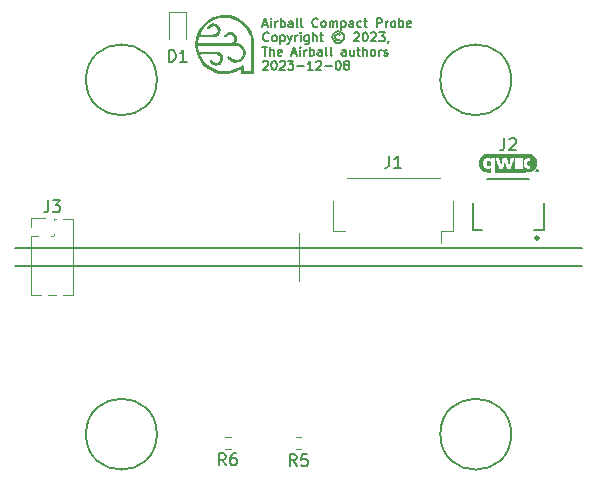
<source format=gbr>
%TF.GenerationSoftware,KiCad,Pcbnew,6.0.11-2627ca5db0~126~ubuntu22.04.1*%
%TF.CreationDate,2023-12-08T19:13:14-08:00*%
%TF.ProjectId,compact-probe,636f6d70-6163-4742-9d70-726f62652e6b,rev?*%
%TF.SameCoordinates,Original*%
%TF.FileFunction,Legend,Top*%
%TF.FilePolarity,Positive*%
%FSLAX46Y46*%
G04 Gerber Fmt 4.6, Leading zero omitted, Abs format (unit mm)*
G04 Created by KiCad (PCBNEW 6.0.11-2627ca5db0~126~ubuntu22.04.1) date 2023-12-08 19:13:14*
%MOMM*%
%LPD*%
G01*
G04 APERTURE LIST*
%ADD10C,0.150000*%
%ADD11C,0.050000*%
%ADD12C,0.120000*%
%ADD13C,0.127000*%
%ADD14C,0.300000*%
G04 APERTURE END LIST*
D10*
X-12000000Y15000000D02*
G75*
G03*
X-12000000Y15000000I-3000000J0D01*
G01*
X-12000000Y-15000000D02*
G75*
G03*
X-12000000Y-15000000I-3000000J0D01*
G01*
D11*
X0Y-2000000D02*
X0Y2000000D01*
D10*
X-24000000Y-750000D02*
X24000000Y-750000D01*
X18000000Y-15000000D02*
G75*
G03*
X18000000Y-15000000I-3000000J0D01*
G01*
X-24000000Y750000D02*
X24000000Y750000D01*
X18000000Y15000000D02*
G75*
G03*
X18000000Y15000000I-3000000J0D01*
G01*
X-3009642Y19686250D02*
X-2652500Y19686250D01*
X-3081071Y19471964D02*
X-2831071Y20221964D01*
X-2581071Y19471964D01*
X-2331071Y19471964D02*
X-2331071Y19971964D01*
X-2331071Y20221964D02*
X-2366785Y20186250D01*
X-2331071Y20150535D01*
X-2295357Y20186250D01*
X-2331071Y20221964D01*
X-2331071Y20150535D01*
X-1973928Y19471964D02*
X-1973928Y19971964D01*
X-1973928Y19829107D02*
X-1938214Y19900535D01*
X-1902500Y19936250D01*
X-1831071Y19971964D01*
X-1759642Y19971964D01*
X-1509642Y19471964D02*
X-1509642Y20221964D01*
X-1509642Y19936250D02*
X-1438214Y19971964D01*
X-1295357Y19971964D01*
X-1223928Y19936250D01*
X-1188214Y19900535D01*
X-1152500Y19829107D01*
X-1152500Y19614821D01*
X-1188214Y19543392D01*
X-1223928Y19507678D01*
X-1295357Y19471964D01*
X-1438214Y19471964D01*
X-1509642Y19507678D01*
X-509642Y19471964D02*
X-509642Y19864821D01*
X-545357Y19936250D01*
X-616785Y19971964D01*
X-759642Y19971964D01*
X-831071Y19936250D01*
X-509642Y19507678D02*
X-581071Y19471964D01*
X-759642Y19471964D01*
X-831071Y19507678D01*
X-866785Y19579107D01*
X-866785Y19650535D01*
X-831071Y19721964D01*
X-759642Y19757678D01*
X-581071Y19757678D01*
X-509642Y19793392D01*
X-45357Y19471964D02*
X-116785Y19507678D01*
X-152500Y19579107D01*
X-152500Y20221964D01*
X347500Y19471964D02*
X276071Y19507678D01*
X240357Y19579107D01*
X240357Y20221964D01*
X1633214Y19543392D02*
X1597500Y19507678D01*
X1490357Y19471964D01*
X1418928Y19471964D01*
X1311785Y19507678D01*
X1240357Y19579107D01*
X1204642Y19650535D01*
X1168928Y19793392D01*
X1168928Y19900535D01*
X1204642Y20043392D01*
X1240357Y20114821D01*
X1311785Y20186250D01*
X1418928Y20221964D01*
X1490357Y20221964D01*
X1597500Y20186250D01*
X1633214Y20150535D01*
X2061785Y19471964D02*
X1990357Y19507678D01*
X1954642Y19543392D01*
X1918928Y19614821D01*
X1918928Y19829107D01*
X1954642Y19900535D01*
X1990357Y19936250D01*
X2061785Y19971964D01*
X2168928Y19971964D01*
X2240357Y19936250D01*
X2276071Y19900535D01*
X2311785Y19829107D01*
X2311785Y19614821D01*
X2276071Y19543392D01*
X2240357Y19507678D01*
X2168928Y19471964D01*
X2061785Y19471964D01*
X2633214Y19471964D02*
X2633214Y19971964D01*
X2633214Y19900535D02*
X2668928Y19936250D01*
X2740357Y19971964D01*
X2847499Y19971964D01*
X2918928Y19936250D01*
X2954642Y19864821D01*
X2954642Y19471964D01*
X2954642Y19864821D02*
X2990357Y19936250D01*
X3061785Y19971964D01*
X3168928Y19971964D01*
X3240357Y19936250D01*
X3276071Y19864821D01*
X3276071Y19471964D01*
X3633214Y19971964D02*
X3633214Y19221964D01*
X3633214Y19936250D02*
X3704642Y19971964D01*
X3847499Y19971964D01*
X3918928Y19936250D01*
X3954642Y19900535D01*
X3990357Y19829107D01*
X3990357Y19614821D01*
X3954642Y19543392D01*
X3918928Y19507678D01*
X3847499Y19471964D01*
X3704642Y19471964D01*
X3633214Y19507678D01*
X4633214Y19471964D02*
X4633214Y19864821D01*
X4597499Y19936250D01*
X4526071Y19971964D01*
X4383214Y19971964D01*
X4311785Y19936250D01*
X4633214Y19507678D02*
X4561785Y19471964D01*
X4383214Y19471964D01*
X4311785Y19507678D01*
X4276071Y19579107D01*
X4276071Y19650535D01*
X4311785Y19721964D01*
X4383214Y19757678D01*
X4561785Y19757678D01*
X4633214Y19793392D01*
X5311785Y19507678D02*
X5240357Y19471964D01*
X5097499Y19471964D01*
X5026071Y19507678D01*
X4990357Y19543392D01*
X4954642Y19614821D01*
X4954642Y19829107D01*
X4990357Y19900535D01*
X5026071Y19936250D01*
X5097499Y19971964D01*
X5240357Y19971964D01*
X5311785Y19936250D01*
X5526071Y19971964D02*
X5811785Y19971964D01*
X5633214Y20221964D02*
X5633214Y19579107D01*
X5668928Y19507678D01*
X5740357Y19471964D01*
X5811785Y19471964D01*
X6633214Y19471964D02*
X6633214Y20221964D01*
X6918928Y20221964D01*
X6990357Y20186250D01*
X7026071Y20150535D01*
X7061785Y20079107D01*
X7061785Y19971964D01*
X7026071Y19900535D01*
X6990357Y19864821D01*
X6918928Y19829107D01*
X6633214Y19829107D01*
X7383214Y19471964D02*
X7383214Y19971964D01*
X7383214Y19829107D02*
X7418928Y19900535D01*
X7454642Y19936250D01*
X7526071Y19971964D01*
X7597500Y19971964D01*
X7954642Y19471964D02*
X7883214Y19507678D01*
X7847500Y19543392D01*
X7811785Y19614821D01*
X7811785Y19829107D01*
X7847500Y19900535D01*
X7883214Y19936250D01*
X7954642Y19971964D01*
X8061785Y19971964D01*
X8133214Y19936250D01*
X8168928Y19900535D01*
X8204642Y19829107D01*
X8204642Y19614821D01*
X8168928Y19543392D01*
X8133214Y19507678D01*
X8061785Y19471964D01*
X7954642Y19471964D01*
X8526071Y19471964D02*
X8526071Y20221964D01*
X8526071Y19936250D02*
X8597500Y19971964D01*
X8740357Y19971964D01*
X8811785Y19936250D01*
X8847500Y19900535D01*
X8883214Y19829107D01*
X8883214Y19614821D01*
X8847500Y19543392D01*
X8811785Y19507678D01*
X8740357Y19471964D01*
X8597500Y19471964D01*
X8526071Y19507678D01*
X9490357Y19507678D02*
X9418928Y19471964D01*
X9276071Y19471964D01*
X9204642Y19507678D01*
X9168928Y19579107D01*
X9168928Y19864821D01*
X9204642Y19936250D01*
X9276071Y19971964D01*
X9418928Y19971964D01*
X9490357Y19936250D01*
X9526071Y19864821D01*
X9526071Y19793392D01*
X9168928Y19721964D01*
X-2545357Y18335892D02*
X-2581071Y18300178D01*
X-2688214Y18264464D01*
X-2759642Y18264464D01*
X-2866785Y18300178D01*
X-2938214Y18371607D01*
X-2973928Y18443035D01*
X-3009642Y18585892D01*
X-3009642Y18693035D01*
X-2973928Y18835892D01*
X-2938214Y18907321D01*
X-2866785Y18978750D01*
X-2759642Y19014464D01*
X-2688214Y19014464D01*
X-2581071Y18978750D01*
X-2545357Y18943035D01*
X-2116785Y18264464D02*
X-2188214Y18300178D01*
X-2223928Y18335892D01*
X-2259642Y18407321D01*
X-2259642Y18621607D01*
X-2223928Y18693035D01*
X-2188214Y18728750D01*
X-2116785Y18764464D01*
X-2009642Y18764464D01*
X-1938214Y18728750D01*
X-1902500Y18693035D01*
X-1866785Y18621607D01*
X-1866785Y18407321D01*
X-1902500Y18335892D01*
X-1938214Y18300178D01*
X-2009642Y18264464D01*
X-2116785Y18264464D01*
X-1545357Y18764464D02*
X-1545357Y18014464D01*
X-1545357Y18728750D02*
X-1473928Y18764464D01*
X-1331071Y18764464D01*
X-1259642Y18728750D01*
X-1223928Y18693035D01*
X-1188214Y18621607D01*
X-1188214Y18407321D01*
X-1223928Y18335892D01*
X-1259642Y18300178D01*
X-1331071Y18264464D01*
X-1473928Y18264464D01*
X-1545357Y18300178D01*
X-938214Y18764464D02*
X-759642Y18264464D01*
X-581071Y18764464D02*
X-759642Y18264464D01*
X-831071Y18085892D01*
X-866785Y18050178D01*
X-938214Y18014464D01*
X-295357Y18264464D02*
X-295357Y18764464D01*
X-295357Y18621607D02*
X-259642Y18693035D01*
X-223928Y18728750D01*
X-152500Y18764464D01*
X-81071Y18764464D01*
X168928Y18264464D02*
X168928Y18764464D01*
X168928Y19014464D02*
X133214Y18978750D01*
X168928Y18943035D01*
X204642Y18978750D01*
X168928Y19014464D01*
X168928Y18943035D01*
X847500Y18764464D02*
X847500Y18157321D01*
X811785Y18085892D01*
X776071Y18050178D01*
X704642Y18014464D01*
X597500Y18014464D01*
X526071Y18050178D01*
X847500Y18300178D02*
X776071Y18264464D01*
X633214Y18264464D01*
X561785Y18300178D01*
X526071Y18335892D01*
X490357Y18407321D01*
X490357Y18621607D01*
X526071Y18693035D01*
X561785Y18728750D01*
X633214Y18764464D01*
X776071Y18764464D01*
X847500Y18728750D01*
X1204642Y18264464D02*
X1204642Y19014464D01*
X1526071Y18264464D02*
X1526071Y18657321D01*
X1490357Y18728750D01*
X1418928Y18764464D01*
X1311785Y18764464D01*
X1240357Y18728750D01*
X1204642Y18693035D01*
X1776071Y18764464D02*
X2061785Y18764464D01*
X1883214Y19014464D02*
X1883214Y18371607D01*
X1918928Y18300178D01*
X1990357Y18264464D01*
X2061785Y18264464D01*
X3490357Y18835892D02*
X3418928Y18871607D01*
X3276071Y18871607D01*
X3204642Y18835892D01*
X3133214Y18764464D01*
X3097499Y18693035D01*
X3097499Y18550178D01*
X3133214Y18478750D01*
X3204642Y18407321D01*
X3276071Y18371607D01*
X3418928Y18371607D01*
X3490357Y18407321D01*
X3347499Y19121607D02*
X3168928Y19085892D01*
X2990357Y18978750D01*
X2883214Y18800178D01*
X2847499Y18621607D01*
X2883214Y18443035D01*
X2990357Y18264464D01*
X3168928Y18157321D01*
X3347499Y18121607D01*
X3526071Y18157321D01*
X3704642Y18264464D01*
X3811785Y18443035D01*
X3847499Y18621607D01*
X3811785Y18800178D01*
X3704642Y18978750D01*
X3526071Y19085892D01*
X3347499Y19121607D01*
X4704642Y18943035D02*
X4740357Y18978750D01*
X4811785Y19014464D01*
X4990357Y19014464D01*
X5061785Y18978750D01*
X5097499Y18943035D01*
X5133214Y18871607D01*
X5133214Y18800178D01*
X5097499Y18693035D01*
X4668928Y18264464D01*
X5133214Y18264464D01*
X5597499Y19014464D02*
X5668928Y19014464D01*
X5740357Y18978750D01*
X5776071Y18943035D01*
X5811785Y18871607D01*
X5847499Y18728750D01*
X5847499Y18550178D01*
X5811785Y18407321D01*
X5776071Y18335892D01*
X5740357Y18300178D01*
X5668928Y18264464D01*
X5597499Y18264464D01*
X5526071Y18300178D01*
X5490357Y18335892D01*
X5454642Y18407321D01*
X5418928Y18550178D01*
X5418928Y18728750D01*
X5454642Y18871607D01*
X5490357Y18943035D01*
X5526071Y18978750D01*
X5597499Y19014464D01*
X6133214Y18943035D02*
X6168928Y18978750D01*
X6240357Y19014464D01*
X6418928Y19014464D01*
X6490357Y18978750D01*
X6526071Y18943035D01*
X6561785Y18871607D01*
X6561785Y18800178D01*
X6526071Y18693035D01*
X6097499Y18264464D01*
X6561785Y18264464D01*
X6811785Y19014464D02*
X7276071Y19014464D01*
X7026071Y18728750D01*
X7133214Y18728750D01*
X7204642Y18693035D01*
X7240357Y18657321D01*
X7276071Y18585892D01*
X7276071Y18407321D01*
X7240357Y18335892D01*
X7204642Y18300178D01*
X7133214Y18264464D01*
X6918928Y18264464D01*
X6847500Y18300178D01*
X6811785Y18335892D01*
X7633214Y18300178D02*
X7633214Y18264464D01*
X7597500Y18193035D01*
X7561785Y18157321D01*
X-3081071Y17806964D02*
X-2652500Y17806964D01*
X-2866785Y17056964D02*
X-2866785Y17806964D01*
X-2402500Y17056964D02*
X-2402500Y17806964D01*
X-2081071Y17056964D02*
X-2081071Y17449821D01*
X-2116785Y17521250D01*
X-2188214Y17556964D01*
X-2295357Y17556964D01*
X-2366785Y17521250D01*
X-2402500Y17485535D01*
X-1438214Y17092678D02*
X-1509642Y17056964D01*
X-1652500Y17056964D01*
X-1723928Y17092678D01*
X-1759642Y17164107D01*
X-1759642Y17449821D01*
X-1723928Y17521250D01*
X-1652500Y17556964D01*
X-1509642Y17556964D01*
X-1438214Y17521250D01*
X-1402500Y17449821D01*
X-1402500Y17378392D01*
X-1759642Y17306964D01*
X-545357Y17271250D02*
X-188214Y17271250D01*
X-616785Y17056964D02*
X-366785Y17806964D01*
X-116785Y17056964D01*
X133214Y17056964D02*
X133214Y17556964D01*
X133214Y17806964D02*
X97499Y17771250D01*
X133214Y17735535D01*
X168928Y17771250D01*
X133214Y17806964D01*
X133214Y17735535D01*
X490357Y17056964D02*
X490357Y17556964D01*
X490357Y17414107D02*
X526071Y17485535D01*
X561785Y17521250D01*
X633214Y17556964D01*
X704642Y17556964D01*
X954642Y17056964D02*
X954642Y17806964D01*
X954642Y17521250D02*
X1026071Y17556964D01*
X1168928Y17556964D01*
X1240357Y17521250D01*
X1276071Y17485535D01*
X1311785Y17414107D01*
X1311785Y17199821D01*
X1276071Y17128392D01*
X1240357Y17092678D01*
X1168928Y17056964D01*
X1026071Y17056964D01*
X954642Y17092678D01*
X1954642Y17056964D02*
X1954642Y17449821D01*
X1918928Y17521250D01*
X1847499Y17556964D01*
X1704642Y17556964D01*
X1633214Y17521250D01*
X1954642Y17092678D02*
X1883214Y17056964D01*
X1704642Y17056964D01*
X1633214Y17092678D01*
X1597499Y17164107D01*
X1597499Y17235535D01*
X1633214Y17306964D01*
X1704642Y17342678D01*
X1883214Y17342678D01*
X1954642Y17378392D01*
X2418928Y17056964D02*
X2347499Y17092678D01*
X2311785Y17164107D01*
X2311785Y17806964D01*
X2811785Y17056964D02*
X2740357Y17092678D01*
X2704642Y17164107D01*
X2704642Y17806964D01*
X3990357Y17056964D02*
X3990357Y17449821D01*
X3954642Y17521250D01*
X3883214Y17556964D01*
X3740357Y17556964D01*
X3668928Y17521250D01*
X3990357Y17092678D02*
X3918928Y17056964D01*
X3740357Y17056964D01*
X3668928Y17092678D01*
X3633214Y17164107D01*
X3633214Y17235535D01*
X3668928Y17306964D01*
X3740357Y17342678D01*
X3918928Y17342678D01*
X3990357Y17378392D01*
X4668928Y17556964D02*
X4668928Y17056964D01*
X4347499Y17556964D02*
X4347499Y17164107D01*
X4383214Y17092678D01*
X4454642Y17056964D01*
X4561785Y17056964D01*
X4633214Y17092678D01*
X4668928Y17128392D01*
X4918928Y17556964D02*
X5204642Y17556964D01*
X5026071Y17806964D02*
X5026071Y17164107D01*
X5061785Y17092678D01*
X5133214Y17056964D01*
X5204642Y17056964D01*
X5454642Y17056964D02*
X5454642Y17806964D01*
X5776071Y17056964D02*
X5776071Y17449821D01*
X5740357Y17521250D01*
X5668928Y17556964D01*
X5561785Y17556964D01*
X5490357Y17521250D01*
X5454642Y17485535D01*
X6240357Y17056964D02*
X6168928Y17092678D01*
X6133214Y17128392D01*
X6097500Y17199821D01*
X6097500Y17414107D01*
X6133214Y17485535D01*
X6168928Y17521250D01*
X6240357Y17556964D01*
X6347500Y17556964D01*
X6418928Y17521250D01*
X6454642Y17485535D01*
X6490357Y17414107D01*
X6490357Y17199821D01*
X6454642Y17128392D01*
X6418928Y17092678D01*
X6347500Y17056964D01*
X6240357Y17056964D01*
X6811785Y17056964D02*
X6811785Y17556964D01*
X6811785Y17414107D02*
X6847500Y17485535D01*
X6883214Y17521250D01*
X6954642Y17556964D01*
X7026071Y17556964D01*
X7240357Y17092678D02*
X7311785Y17056964D01*
X7454642Y17056964D01*
X7526071Y17092678D01*
X7561785Y17164107D01*
X7561785Y17199821D01*
X7526071Y17271250D01*
X7454642Y17306964D01*
X7347500Y17306964D01*
X7276071Y17342678D01*
X7240357Y17414107D01*
X7240357Y17449821D01*
X7276071Y17521250D01*
X7347500Y17556964D01*
X7454642Y17556964D01*
X7526071Y17521250D01*
X-3009642Y16528035D02*
X-2973928Y16563750D01*
X-2902500Y16599464D01*
X-2723928Y16599464D01*
X-2652500Y16563750D01*
X-2616785Y16528035D01*
X-2581071Y16456607D01*
X-2581071Y16385178D01*
X-2616785Y16278035D01*
X-3045357Y15849464D01*
X-2581071Y15849464D01*
X-2116785Y16599464D02*
X-2045357Y16599464D01*
X-1973928Y16563750D01*
X-1938214Y16528035D01*
X-1902500Y16456607D01*
X-1866785Y16313750D01*
X-1866785Y16135178D01*
X-1902500Y15992321D01*
X-1938214Y15920892D01*
X-1973928Y15885178D01*
X-2045357Y15849464D01*
X-2116785Y15849464D01*
X-2188214Y15885178D01*
X-2223928Y15920892D01*
X-2259642Y15992321D01*
X-2295357Y16135178D01*
X-2295357Y16313750D01*
X-2259642Y16456607D01*
X-2223928Y16528035D01*
X-2188214Y16563750D01*
X-2116785Y16599464D01*
X-1581071Y16528035D02*
X-1545357Y16563750D01*
X-1473928Y16599464D01*
X-1295357Y16599464D01*
X-1223928Y16563750D01*
X-1188214Y16528035D01*
X-1152500Y16456607D01*
X-1152500Y16385178D01*
X-1188214Y16278035D01*
X-1616785Y15849464D01*
X-1152500Y15849464D01*
X-902500Y16599464D02*
X-438214Y16599464D01*
X-688214Y16313750D01*
X-581071Y16313750D01*
X-509642Y16278035D01*
X-473928Y16242321D01*
X-438214Y16170892D01*
X-438214Y15992321D01*
X-473928Y15920892D01*
X-509642Y15885178D01*
X-581071Y15849464D01*
X-795357Y15849464D01*
X-866785Y15885178D01*
X-902500Y15920892D01*
X-116785Y16135178D02*
X454642Y16135178D01*
X1204642Y15849464D02*
X776071Y15849464D01*
X990357Y15849464D02*
X990357Y16599464D01*
X918928Y16492321D01*
X847499Y16420892D01*
X776071Y16385178D01*
X1490357Y16528035D02*
X1526071Y16563750D01*
X1597500Y16599464D01*
X1776071Y16599464D01*
X1847500Y16563750D01*
X1883214Y16528035D01*
X1918928Y16456607D01*
X1918928Y16385178D01*
X1883214Y16278035D01*
X1454642Y15849464D01*
X1918928Y15849464D01*
X2240357Y16135178D02*
X2811785Y16135178D01*
X3311785Y16599464D02*
X3383214Y16599464D01*
X3454642Y16563750D01*
X3490357Y16528035D01*
X3526071Y16456607D01*
X3561785Y16313750D01*
X3561785Y16135178D01*
X3526071Y15992321D01*
X3490357Y15920892D01*
X3454642Y15885178D01*
X3383214Y15849464D01*
X3311785Y15849464D01*
X3240357Y15885178D01*
X3204642Y15920892D01*
X3168928Y15992321D01*
X3133214Y16135178D01*
X3133214Y16313750D01*
X3168928Y16456607D01*
X3204642Y16528035D01*
X3240357Y16563750D01*
X3311785Y16599464D01*
X3990357Y16278035D02*
X3918928Y16313750D01*
X3883214Y16349464D01*
X3847500Y16420892D01*
X3847500Y16456607D01*
X3883214Y16528035D01*
X3918928Y16563750D01*
X3990357Y16599464D01*
X4133214Y16599464D01*
X4204642Y16563750D01*
X4240357Y16528035D01*
X4276071Y16456607D01*
X4276071Y16420892D01*
X4240357Y16349464D01*
X4204642Y16313750D01*
X4133214Y16278035D01*
X3990357Y16278035D01*
X3918928Y16242321D01*
X3883214Y16206607D01*
X3847500Y16135178D01*
X3847500Y15992321D01*
X3883214Y15920892D01*
X3918928Y15885178D01*
X3990357Y15849464D01*
X4133214Y15849464D01*
X4204642Y15885178D01*
X4240357Y15920892D01*
X4276071Y15992321D01*
X4276071Y16135178D01*
X4240357Y16206607D01*
X4204642Y16242321D01*
X4133214Y16278035D01*
%TO.C,D1*%
X-10988095Y16547619D02*
X-10988095Y17547619D01*
X-10750000Y17547619D01*
X-10607142Y17500000D01*
X-10511904Y17404761D01*
X-10464285Y17309523D01*
X-10416666Y17119047D01*
X-10416666Y16976190D01*
X-10464285Y16785714D01*
X-10511904Y16690476D01*
X-10607142Y16595238D01*
X-10750000Y16547619D01*
X-10988095Y16547619D01*
X-9464285Y16547619D02*
X-10035714Y16547619D01*
X-9750000Y16547619D02*
X-9750000Y17547619D01*
X-9845238Y17404761D01*
X-9940476Y17309523D01*
X-10035714Y17261904D01*
%TO.C,R6*%
X-6166666Y-17632380D02*
X-6500000Y-17156190D01*
X-6738095Y-17632380D02*
X-6738095Y-16632380D01*
X-6357142Y-16632380D01*
X-6261904Y-16680000D01*
X-6214285Y-16727619D01*
X-6166666Y-16822857D01*
X-6166666Y-16965714D01*
X-6214285Y-17060952D01*
X-6261904Y-17108571D01*
X-6357142Y-17156190D01*
X-6738095Y-17156190D01*
X-5309523Y-16632380D02*
X-5500000Y-16632380D01*
X-5595238Y-16680000D01*
X-5642857Y-16727619D01*
X-5738095Y-16870476D01*
X-5785714Y-17060952D01*
X-5785714Y-17441904D01*
X-5738095Y-17537142D01*
X-5690476Y-17584761D01*
X-5595238Y-17632380D01*
X-5404761Y-17632380D01*
X-5309523Y-17584761D01*
X-5261904Y-17537142D01*
X-5214285Y-17441904D01*
X-5214285Y-17203809D01*
X-5261904Y-17108571D01*
X-5309523Y-17060952D01*
X-5404761Y-17013333D01*
X-5595238Y-17013333D01*
X-5690476Y-17060952D01*
X-5738095Y-17108571D01*
X-5785714Y-17203809D01*
%TO.C,J2*%
X17416275Y10048261D02*
X17416275Y9333137D01*
X17368600Y9190113D01*
X17273250Y9094763D01*
X17130226Y9047088D01*
X17034876Y9047088D01*
X17845349Y9952911D02*
X17893024Y10000586D01*
X17988374Y10048261D01*
X18226749Y10048261D01*
X18322098Y10000586D01*
X18369773Y9952911D01*
X18417448Y9857561D01*
X18417448Y9762211D01*
X18369773Y9619187D01*
X17797674Y9047088D01*
X18417448Y9047088D01*
%TO.C,J3*%
X-21198333Y4792619D02*
X-21198333Y4078333D01*
X-21245952Y3935476D01*
X-21341190Y3840238D01*
X-21484047Y3792619D01*
X-21579285Y3792619D01*
X-20817380Y4792619D02*
X-20198333Y4792619D01*
X-20531666Y4411666D01*
X-20388809Y4411666D01*
X-20293571Y4364047D01*
X-20245952Y4316428D01*
X-20198333Y4221190D01*
X-20198333Y3983095D01*
X-20245952Y3887857D01*
X-20293571Y3840238D01*
X-20388809Y3792619D01*
X-20674523Y3792619D01*
X-20769761Y3840238D01*
X-20817380Y3887857D01*
%TO.C,J1*%
X7666666Y8547619D02*
X7666666Y7833333D01*
X7619047Y7690476D01*
X7523809Y7595238D01*
X7380952Y7547619D01*
X7285714Y7547619D01*
X8666666Y7547619D02*
X8095238Y7547619D01*
X8380952Y7547619D02*
X8380952Y8547619D01*
X8285714Y8404761D01*
X8190476Y8309523D01*
X8095238Y8261904D01*
%TO.C,R5*%
X-166666Y-17702380D02*
X-500000Y-17226190D01*
X-738095Y-17702380D02*
X-738095Y-16702380D01*
X-357142Y-16702380D01*
X-261904Y-16750000D01*
X-214285Y-16797619D01*
X-166666Y-16892857D01*
X-166666Y-17035714D01*
X-214285Y-17130952D01*
X-261904Y-17178571D01*
X-357142Y-17226190D01*
X-738095Y-17226190D01*
X738095Y-16702380D02*
X261904Y-16702380D01*
X214285Y-17178571D01*
X261904Y-17130952D01*
X357142Y-17083333D01*
X595238Y-17083333D01*
X690476Y-17130952D01*
X738095Y-17178571D01*
X785714Y-17273809D01*
X785714Y-17511904D01*
X738095Y-17607142D01*
X690476Y-17654761D01*
X595238Y-17702380D01*
X357142Y-17702380D01*
X261904Y-17654761D01*
X214285Y-17607142D01*
D12*
%TO.C,D1*%
X-9515000Y20735000D02*
X-10985000Y20735000D01*
X-9515000Y18450000D02*
X-9515000Y20735000D01*
X-10985000Y20735000D02*
X-10985000Y18450000D01*
%TO.C,R6*%
X-5762742Y-15227500D02*
X-6237258Y-15227500D01*
X-5762742Y-16272500D02*
X-6237258Y-16272500D01*
%TO.C,G\u002A\u002A\u002A*%
G36*
X20155233Y7390000D02*
G01*
X20195562Y7383769D01*
X20221500Y7366623D01*
X20231408Y7340883D01*
X20223645Y7308872D01*
X20218722Y7300114D01*
X20211471Y7281843D01*
X20218722Y7268250D01*
X20230200Y7251080D01*
X20223607Y7241556D01*
X20211643Y7240000D01*
X20193269Y7248383D01*
X20185959Y7260000D01*
X20172695Y7276255D01*
X20160275Y7280000D01*
X20144038Y7272605D01*
X20140941Y7260000D01*
X20134686Y7243713D01*
X20125935Y7240000D01*
X20118020Y7243929D01*
X20113374Y7258127D01*
X20111273Y7286210D01*
X20110930Y7315000D01*
X20110930Y7335000D01*
X20140941Y7335000D01*
X20147854Y7315523D01*
X20164410Y7309483D01*
X20184332Y7318197D01*
X20190597Y7324562D01*
X20197843Y7343022D01*
X20187463Y7355851D01*
X20165361Y7360000D01*
X20146731Y7355727D01*
X20141026Y7339118D01*
X20140941Y7335000D01*
X20110930Y7335000D01*
X20110930Y7390000D01*
X20155233Y7390000D01*
G37*
G36*
X20036774Y7385122D02*
G01*
X20062133Y7420534D01*
X20088271Y7443105D01*
X20131568Y7458079D01*
X20181254Y7460517D01*
X20228131Y7450421D01*
X20243631Y7443105D01*
X20270662Y7419460D01*
X20295671Y7384207D01*
X20314005Y7345289D01*
X20321012Y7311039D01*
X20314253Y7277618D01*
X20296976Y7239409D01*
X20273682Y7204836D01*
X20254038Y7185674D01*
X20216560Y7168783D01*
X20170175Y7162141D01*
X20123403Y7166168D01*
X20090922Y7177625D01*
X20061099Y7202249D01*
X20034680Y7238626D01*
X20016427Y7278878D01*
X20010890Y7310000D01*
X20015181Y7331077D01*
X20052708Y7331077D01*
X20053361Y7286192D01*
X20070652Y7245842D01*
X20103098Y7214055D01*
X20135736Y7198497D01*
X20157581Y7192462D01*
X20174290Y7192793D01*
X20196117Y7200276D01*
X20204609Y7203789D01*
X20245568Y7230352D01*
X20271304Y7267198D01*
X20280522Y7310379D01*
X20271926Y7355946D01*
X20261430Y7376956D01*
X20232504Y7407086D01*
X20194500Y7423393D01*
X20152786Y7425889D01*
X20112731Y7414589D01*
X20079703Y7389505D01*
X20070177Y7376470D01*
X20052708Y7331077D01*
X20015181Y7331077D01*
X20018139Y7345603D01*
X20036774Y7385122D01*
G37*
G36*
X16175486Y8164232D02*
G01*
X16206148Y8150124D01*
X16237832Y8125229D01*
X16238872Y8124293D01*
X16275531Y8078856D01*
X16298945Y8023661D01*
X16309348Y7962905D01*
X16306975Y7900786D01*
X16292060Y7841502D01*
X16264838Y7789251D01*
X16225542Y7748230D01*
X16217566Y7742602D01*
X16169859Y7721073D01*
X16115757Y7712393D01*
X16063175Y7717328D01*
X16039398Y7725376D01*
X15985660Y7758661D01*
X15947360Y7803701D01*
X15924011Y7861335D01*
X15915124Y7932405D01*
X15915014Y7940000D01*
X15921533Y8013873D01*
X15941696Y8074194D01*
X15974981Y8120285D01*
X16020865Y8151464D01*
X16078827Y8167050D01*
X16089960Y8168109D01*
X16139030Y8169558D01*
X16175486Y8164232D01*
G37*
G36*
X16309433Y8410000D02*
G01*
X16309433Y8288147D01*
X16259115Y8333369D01*
X16195237Y8377769D01*
X16122327Y8405693D01*
X16043012Y8416917D01*
X15959922Y8411217D01*
X15875682Y8388372D01*
X15832271Y8369631D01*
X15763980Y8325318D01*
X15706854Y8265697D01*
X15661919Y8192704D01*
X15630204Y8108271D01*
X15612734Y8014335D01*
X15609505Y7950000D01*
X15617686Y7849608D01*
X15641533Y7757271D01*
X15680002Y7674838D01*
X15732048Y7604156D01*
X15796626Y7547071D01*
X15857074Y7512221D01*
X15891511Y7498334D01*
X15926385Y7489469D01*
X15968753Y7484232D01*
X16010850Y7481797D01*
X16082604Y7481903D01*
X16140443Y7489965D01*
X16189393Y7507499D01*
X16234481Y7536019D01*
X16259115Y7556632D01*
X16309433Y7601854D01*
X16309433Y7150000D01*
X16156873Y7151220D01*
X16097870Y7152246D01*
X16040629Y7154227D01*
X15990621Y7156908D01*
X15953315Y7160031D01*
X15944597Y7161134D01*
X15825533Y7188277D01*
X15713425Y7233129D01*
X15609933Y7294114D01*
X15516716Y7369655D01*
X15435435Y7458176D01*
X15367749Y7558099D01*
X15315319Y7667847D01*
X15279804Y7785844D01*
X15277997Y7794358D01*
X15262249Y7917617D01*
X15265454Y8038590D01*
X15286567Y8155641D01*
X15324545Y8267133D01*
X15378343Y8371431D01*
X15446918Y8466900D01*
X15529224Y8551903D01*
X15624217Y8624806D01*
X15730854Y8683971D01*
X15848090Y8727764D01*
X15879264Y8736201D01*
X15889185Y8738542D01*
X15900035Y8740680D01*
X15912716Y8742625D01*
X15928131Y8744386D01*
X15947181Y8745971D01*
X15970769Y8747391D01*
X15999797Y8748654D01*
X16035167Y8749769D01*
X16077783Y8750746D01*
X16128545Y8751593D01*
X16188357Y8752320D01*
X16258120Y8752937D01*
X16338738Y8753451D01*
X16431111Y8753872D01*
X16536143Y8754210D01*
X16654736Y8754473D01*
X16787793Y8754671D01*
X16936214Y8754813D01*
X17100904Y8754908D01*
X17282763Y8754964D01*
X17482695Y8754992D01*
X17701602Y8755000D01*
X17734994Y8755000D01*
X17960314Y8755023D01*
X18166534Y8755070D01*
X18354563Y8755107D01*
X18525308Y8755100D01*
X18679677Y8755015D01*
X18818580Y8754821D01*
X18942923Y8754482D01*
X19053615Y8753965D01*
X19151564Y8753237D01*
X19237678Y8752263D01*
X19312865Y8751012D01*
X19378034Y8749448D01*
X19434092Y8747538D01*
X19481948Y8745250D01*
X19522509Y8742548D01*
X19556684Y8739401D01*
X19585380Y8735773D01*
X19609507Y8731632D01*
X19629972Y8726944D01*
X19647682Y8721675D01*
X19663547Y8715792D01*
X19678474Y8709262D01*
X19693372Y8702050D01*
X19709148Y8694123D01*
X19726711Y8685448D01*
X19735973Y8681041D01*
X19847169Y8618251D01*
X19945389Y8540524D01*
X20029752Y8448857D01*
X20099373Y8344246D01*
X20153371Y8227688D01*
X20163990Y8197802D01*
X20176186Y8160219D01*
X20184711Y8129025D01*
X20190225Y8099111D01*
X20193386Y8065364D01*
X20194853Y8022675D01*
X20195287Y7965932D01*
X20195305Y7955000D01*
X20195160Y7896020D01*
X20194111Y7851966D01*
X20191481Y7817765D01*
X20186595Y7788345D01*
X20178779Y7758634D01*
X20167357Y7723559D01*
X20162702Y7710000D01*
X20126745Y7618953D01*
X20084757Y7540211D01*
X20032736Y7467450D01*
X19966684Y7394344D01*
X19956881Y7384508D01*
X19914113Y7343152D01*
X19878581Y7312385D01*
X19844243Y7287838D01*
X19805052Y7265141D01*
X19760792Y7242759D01*
X19737258Y7230990D01*
X19716525Y7220316D01*
X19697566Y7210684D01*
X19679355Y7202041D01*
X19660865Y7194334D01*
X19641068Y7187509D01*
X19618937Y7181513D01*
X19593446Y7176293D01*
X19563567Y7171797D01*
X19528274Y7167970D01*
X19486540Y7164760D01*
X19437338Y7162114D01*
X19379640Y7159978D01*
X19312421Y7158299D01*
X19234652Y7157025D01*
X19145307Y7156101D01*
X19043359Y7155475D01*
X18927782Y7155094D01*
X18797547Y7154905D01*
X18651628Y7154853D01*
X18488999Y7154888D01*
X18308632Y7154954D01*
X18109500Y7154999D01*
X18065124Y7155000D01*
X16614553Y7155000D01*
X16609440Y8400541D01*
X16669575Y8400541D01*
X16672867Y8390079D01*
X16682203Y8363078D01*
X16696769Y8321787D01*
X16715753Y8268456D01*
X16738341Y8205335D01*
X16763721Y8134675D01*
X16791079Y8058723D01*
X16819604Y7979732D01*
X16848481Y7899950D01*
X16876899Y7821626D01*
X16904043Y7747012D01*
X16929102Y7678356D01*
X16951263Y7617909D01*
X16969712Y7567919D01*
X16983636Y7530638D01*
X16988634Y7517500D01*
X16999209Y7490000D01*
X17149516Y7490000D01*
X17201784Y7490234D01*
X17246150Y7490877D01*
X17279160Y7491843D01*
X17297358Y7493049D01*
X17299823Y7493719D01*
X17302697Y7504702D01*
X17310707Y7531694D01*
X17322929Y7571767D01*
X17338442Y7621993D01*
X17356325Y7679440D01*
X17375656Y7741182D01*
X17395513Y7804287D01*
X17414974Y7865827D01*
X17433119Y7922873D01*
X17449024Y7972496D01*
X17461769Y8011766D01*
X17470432Y8037754D01*
X17474080Y8047522D01*
X17478549Y8040422D01*
X17487300Y8017824D01*
X17498991Y7983423D01*
X17510002Y7948446D01*
X17525919Y7896445D01*
X17546278Y7830215D01*
X17569576Y7754624D01*
X17594312Y7674539D01*
X17618983Y7594829D01*
X17641504Y7522245D01*
X17651681Y7489489D01*
X17679624Y7490000D01*
X18320023Y7490000D01*
X18620343Y7490000D01*
X18690370Y7490000D01*
X18990690Y7490000D01*
X18988285Y7912909D01*
X19046149Y7912909D01*
X19058962Y7817496D01*
X19088008Y7731330D01*
X19132187Y7655714D01*
X19190398Y7591951D01*
X19261538Y7541347D01*
X19344507Y7505203D01*
X19438203Y7484825D01*
X19503190Y7480659D01*
X19580721Y7480000D01*
X19580721Y7720000D01*
X19537277Y7720000D01*
X19479341Y7728974D01*
X19430386Y7754729D01*
X19391862Y7795519D01*
X19365218Y7849598D01*
X19351901Y7915218D01*
X19350630Y7945000D01*
X19358076Y8014914D01*
X19379457Y8073946D01*
X19413338Y8120369D01*
X19458281Y8152455D01*
X19512853Y8168477D01*
X19537584Y8170000D01*
X19581337Y8170001D01*
X19578528Y8292500D01*
X19575719Y8415000D01*
X19493857Y8412832D01*
X19395046Y8401315D01*
X19306004Y8372977D01*
X19227975Y8328931D01*
X19162205Y8270291D01*
X19109937Y8198171D01*
X19072417Y8113685D01*
X19050888Y8017945D01*
X19050672Y8016264D01*
X19046149Y7912909D01*
X18988285Y7912909D01*
X18985486Y8405000D01*
X18837928Y8407768D01*
X18690370Y8410535D01*
X18690370Y7490000D01*
X18620343Y7490000D01*
X18620343Y8410535D01*
X18472785Y8407768D01*
X18325227Y8405000D01*
X18320023Y7490000D01*
X17679624Y7490000D01*
X17802386Y7492245D01*
X17953091Y7495000D01*
X17965588Y7530000D01*
X17971657Y7546714D01*
X17983848Y7580040D01*
X18001368Y7627824D01*
X18023427Y7687910D01*
X18049233Y7758144D01*
X18077994Y7836370D01*
X18108919Y7920432D01*
X18125322Y7965000D01*
X18156758Y8050610D01*
X18186133Y8130998D01*
X18212699Y8204093D01*
X18235711Y8267826D01*
X18254423Y8320128D01*
X18268091Y8358929D01*
X18275967Y8382158D01*
X18277550Y8387500D01*
X18282541Y8410000D01*
X18138519Y8410000D01*
X17994497Y8410001D01*
X17905720Y8107500D01*
X17883739Y8033048D01*
X17863332Y7964775D01*
X17845226Y7905049D01*
X17830149Y7856239D01*
X17818829Y7820710D01*
X17811991Y7800832D01*
X17810476Y7797495D01*
X17806232Y7804865D01*
X17797210Y7829265D01*
X17784115Y7868493D01*
X17767653Y7920345D01*
X17748528Y7982617D01*
X17727447Y8053106D01*
X17714425Y8097495D01*
X17624839Y8405000D01*
X17336023Y8405000D01*
X17257787Y8135000D01*
X17236884Y8062787D01*
X17217320Y7995060D01*
X17199931Y7934728D01*
X17185556Y7884698D01*
X17175031Y7847880D01*
X17169192Y7827180D01*
X17169002Y7826491D01*
X17161427Y7803533D01*
X17155212Y7792587D01*
X17153838Y7792594D01*
X17150248Y7802617D01*
X17141833Y7829023D01*
X17129432Y7869018D01*
X17113885Y7919802D01*
X17096032Y7978580D01*
X17076711Y8042555D01*
X17056762Y8108928D01*
X17037024Y8174904D01*
X17018338Y8237684D01*
X17001541Y8294473D01*
X16987475Y8342472D01*
X16976978Y8378885D01*
X16970889Y8400914D01*
X16969693Y8406201D01*
X16960265Y8407523D01*
X16934288Y8408645D01*
X16895220Y8409480D01*
X16846518Y8409939D01*
X16819634Y8410000D01*
X16763364Y8409399D01*
X16717937Y8407710D01*
X16686107Y8405108D01*
X16670626Y8401765D01*
X16669575Y8400541D01*
X16609440Y8400541D01*
X16609401Y8410000D01*
X16309433Y8410000D01*
G37*
D13*
%TO.C,J2*%
X20750000Y2325000D02*
X20750000Y4600000D01*
X19550000Y6575000D02*
X15950000Y6575000D01*
X15550000Y2325000D02*
X14750000Y2325000D01*
X14750000Y2325000D02*
X14750000Y4600000D01*
X19950000Y2325000D02*
X20750000Y2325000D01*
D14*
X20300000Y1615000D02*
G75*
G03*
X20300000Y1615000I-100000J0D01*
G01*
D12*
%TO.C,J3*%
X-19922470Y3245000D02*
X-19100000Y3245000D01*
X-22630000Y3310000D02*
X-21500000Y3310000D01*
X-22630000Y-3225000D02*
X-21807530Y-3225000D01*
X-22630000Y2550000D02*
X-22630000Y3310000D01*
X-20740000Y3113471D02*
X-20740000Y3245000D01*
X-20740000Y1843471D02*
X-20740000Y1986529D01*
X-19100000Y3245000D02*
X-19100000Y-3225000D01*
X-20936529Y1790000D02*
X-20793471Y1790000D01*
X-22630000Y1790000D02*
X-22630000Y-3225000D01*
X-20740000Y3245000D02*
X-20537530Y3245000D01*
X-19922470Y-3225000D02*
X-19100000Y-3225000D01*
X-22630000Y1790000D02*
X-22063471Y1790000D01*
X-21192470Y-3225000D02*
X-20537530Y-3225000D01*
%TO.C,J1*%
X11940000Y6685000D02*
X4060000Y6685000D01*
X13110000Y2215000D02*
X12060000Y2215000D01*
X2890000Y4715000D02*
X2890000Y2215000D01*
X13110000Y4715000D02*
X13110000Y2215000D01*
X2890000Y2215000D02*
X3940000Y2215000D01*
X12060000Y2215000D02*
X12060000Y1225000D01*
%TO.C,R5*%
X-237258Y-15227500D02*
X237258Y-15227500D01*
X-237258Y-16272500D02*
X237258Y-16272500D01*
%TO.C,G\u002A\u002A\u002A*%
G36*
X-5792607Y20458507D02*
G01*
X-5454757Y20371129D01*
X-5127447Y20236779D01*
X-4943162Y20136907D01*
X-4779693Y20024633D01*
X-4606749Y19879678D01*
X-4436685Y19714395D01*
X-4281855Y19541141D01*
X-4154615Y19372270D01*
X-4113094Y19306839D01*
X-4044445Y19181269D01*
X-3974221Y19036648D01*
X-3915789Y18900781D01*
X-3907306Y18878738D01*
X-3874805Y18790116D01*
X-3847027Y18707413D01*
X-3823602Y18625961D01*
X-3804161Y18541089D01*
X-3788335Y18448128D01*
X-3775754Y18342407D01*
X-3766048Y18219256D01*
X-3758850Y18074006D01*
X-3753789Y17901987D01*
X-3750497Y17698529D01*
X-3748604Y17458961D01*
X-3747740Y17178614D01*
X-3747537Y16858102D01*
X-3747537Y15497537D01*
X-4873646Y15497537D01*
X-4873646Y15900381D01*
X-5034218Y15810584D01*
X-5331201Y15671966D01*
X-5651262Y15572847D01*
X-5984823Y15514799D01*
X-6322308Y15499391D01*
X-6654138Y15528196D01*
X-6704218Y15536677D01*
X-7035436Y15621416D01*
X-7348718Y15750570D01*
X-7640322Y15920561D01*
X-7906501Y16127808D01*
X-8143511Y16368731D01*
X-8347608Y16639750D01*
X-8515046Y16937286D01*
X-8642081Y17257759D01*
X-8692049Y17436946D01*
X-8719728Y17597245D01*
X-8736429Y17790143D01*
X-8738738Y17874877D01*
X-8507984Y17874877D01*
X-8490912Y17730986D01*
X-8476657Y17631207D01*
X-8459103Y17535250D01*
X-8449394Y17492757D01*
X-8424948Y17398420D01*
X-7623138Y17400121D01*
X-7400798Y17400457D01*
X-7222669Y17400200D01*
X-7082910Y17399023D01*
X-6975684Y17396596D01*
X-6895151Y17392591D01*
X-6835473Y17386680D01*
X-6790811Y17378535D01*
X-6755327Y17367826D01*
X-6723181Y17354226D01*
X-6711936Y17348866D01*
X-6591797Y17269114D01*
X-6486001Y17159558D01*
X-6411781Y17038202D01*
X-6409530Y17032920D01*
X-6390095Y16960418D01*
X-6377878Y16864666D01*
X-6375673Y16805878D01*
X-6398040Y16640510D01*
X-6459100Y16498230D01*
X-6551803Y16381828D01*
X-6669096Y16294089D01*
X-6803926Y16237801D01*
X-6949242Y16215751D01*
X-7097991Y16230728D01*
X-7243120Y16285517D01*
X-7377578Y16382907D01*
X-7397164Y16402152D01*
X-7469339Y16492606D01*
X-7494714Y16569664D01*
X-7473949Y16635817D01*
X-7462782Y16649679D01*
X-7403159Y16692271D01*
X-7342740Y16686586D01*
X-7278527Y16632080D01*
X-7263480Y16613334D01*
X-7192903Y16546213D01*
X-7099685Y16489488D01*
X-7004712Y16454435D01*
X-6958085Y16448473D01*
X-6883991Y16465552D01*
X-6797306Y16508824D01*
X-6717846Y16566341D01*
X-6666531Y16624249D01*
X-6631349Y16719597D01*
X-6621921Y16829079D01*
X-6638131Y16932123D01*
X-6668624Y16994964D01*
X-6724493Y17057035D01*
X-6785121Y17110080D01*
X-6807366Y17124951D01*
X-6833701Y17136768D01*
X-6869971Y17145964D01*
X-6922020Y17152978D01*
X-6995695Y17158244D01*
X-7096840Y17162200D01*
X-7231301Y17165281D01*
X-7404923Y17167923D01*
X-7590619Y17170184D01*
X-7809338Y17172845D01*
X-7982580Y17174417D01*
X-8114916Y17173706D01*
X-8210920Y17169516D01*
X-8275162Y17160654D01*
X-8312216Y17145925D01*
X-8326652Y17124133D01*
X-8323044Y17094085D01*
X-8305963Y17054586D01*
X-8279980Y17004441D01*
X-8273473Y16991762D01*
X-8104289Y16712986D01*
X-7896091Y16460982D01*
X-7654404Y16240009D01*
X-7384754Y16054321D01*
X-7092665Y15908175D01*
X-6783663Y15805827D01*
X-6712566Y15789312D01*
X-6548845Y15764828D01*
X-6355978Y15752543D01*
X-6153369Y15752494D01*
X-5960422Y15764720D01*
X-5804758Y15787529D01*
X-5482461Y15879308D01*
X-5176997Y16017879D01*
X-4998608Y16125955D01*
X-4904760Y16186824D01*
X-4824363Y16235453D01*
X-4767539Y16265923D01*
X-4746625Y16273301D01*
X-4704697Y16257731D01*
X-4669163Y16231885D01*
X-4646315Y16202556D01*
X-4632381Y16157661D01*
X-4625398Y16085929D01*
X-4623403Y15976090D01*
X-4623399Y15969127D01*
X-4623399Y15747784D01*
X-3995345Y15747784D01*
X-4003843Y17080345D01*
X-4005768Y17373150D01*
X-4007628Y17620432D01*
X-4009615Y17826718D01*
X-4011922Y17996536D01*
X-4014740Y18134411D01*
X-4018261Y18244869D01*
X-4022679Y18332439D01*
X-4028186Y18401645D01*
X-4034973Y18457014D01*
X-4043233Y18503074D01*
X-4053159Y18544350D01*
X-4064942Y18585368D01*
X-4068241Y18596246D01*
X-4192328Y18923310D01*
X-4355043Y19220827D01*
X-4554028Y19486436D01*
X-4786923Y19717778D01*
X-5051370Y19912493D01*
X-5345009Y20068221D01*
X-5649409Y20178060D01*
X-5828293Y20216324D01*
X-6036989Y20240270D01*
X-6257157Y20249222D01*
X-6470457Y20242506D01*
X-6658547Y20219446D01*
X-6676863Y20215892D01*
X-6991122Y20128058D01*
X-7289389Y19997098D01*
X-7565952Y19827094D01*
X-7815099Y19622128D01*
X-8031119Y19386280D01*
X-8208300Y19123631D01*
X-8210240Y19120204D01*
X-8262561Y19028881D01*
X-8300937Y18958169D01*
X-8321108Y18905546D01*
X-8318813Y18868493D01*
X-8289793Y18844490D01*
X-8229788Y18831015D01*
X-8134537Y18825550D01*
X-7999780Y18825573D01*
X-7821258Y18828564D01*
X-7720197Y18830291D01*
X-7522792Y18833910D01*
X-7369050Y18838074D01*
X-7252585Y18843262D01*
X-7167010Y18849952D01*
X-7105938Y18858625D01*
X-7062985Y18869758D01*
X-7035736Y18881628D01*
X-6940441Y18957330D01*
X-6881139Y19055404D01*
X-6856768Y19165598D01*
X-6866263Y19277656D01*
X-6908562Y19381326D01*
X-6982601Y19466351D01*
X-7087316Y19522479D01*
X-7102665Y19526995D01*
X-7234672Y19539383D01*
X-7356509Y19502788D01*
X-7467995Y19417271D01*
X-7482617Y19401566D01*
X-7545092Y19337110D01*
X-7591301Y19307683D01*
X-7634805Y19308121D01*
X-7678050Y19327186D01*
X-7719308Y19374035D01*
X-7724337Y19443515D01*
X-7694278Y19524967D01*
X-7650280Y19586494D01*
X-7529201Y19689526D01*
X-7386858Y19754586D01*
X-7233149Y19781723D01*
X-7077972Y19770987D01*
X-6931224Y19722428D01*
X-6802804Y19636096D01*
X-6751161Y19581963D01*
X-6685550Y19481304D01*
X-6633652Y19362688D01*
X-6604081Y19247857D01*
X-6600345Y19201267D01*
X-6619287Y19070093D01*
X-6669805Y18934243D01*
X-6742441Y18817105D01*
X-6766994Y18789249D01*
X-6819483Y18737098D01*
X-6868741Y18695624D01*
X-6921136Y18663600D01*
X-6983040Y18639801D01*
X-7060821Y18622999D01*
X-7160850Y18611970D01*
X-7289498Y18605486D01*
X-7453135Y18602322D01*
X-7658130Y18601251D01*
X-7744258Y18601141D01*
X-8425214Y18600592D01*
X-8449527Y18506749D01*
X-8466584Y18426703D01*
X-8483319Y18325831D01*
X-8490912Y18269015D01*
X-8507984Y18125124D01*
X-7102479Y18125124D01*
X-6794317Y18125119D01*
X-6532139Y18125331D01*
X-6311880Y18126103D01*
X-6129472Y18127776D01*
X-5980852Y18130691D01*
X-5861953Y18135190D01*
X-5768710Y18141614D01*
X-5697057Y18150304D01*
X-5642929Y18161603D01*
X-5602260Y18175851D01*
X-5570984Y18193391D01*
X-5545037Y18214563D01*
X-5520352Y18239710D01*
X-5501923Y18259565D01*
X-5450538Y18347540D01*
X-5429136Y18458031D01*
X-5439331Y18572318D01*
X-5468374Y18648707D01*
X-5548621Y18746276D01*
X-5657192Y18804130D01*
X-5788768Y18819609D01*
X-5807549Y18818347D01*
X-5887244Y18805276D01*
X-5950686Y18775519D01*
X-6019086Y18718372D01*
X-6033718Y18704197D01*
X-6123798Y18630318D01*
X-6197657Y18602357D01*
X-6257399Y18619658D01*
X-6270020Y18630621D01*
X-6298193Y18689020D01*
X-6286616Y18759315D01*
X-6242142Y18835154D01*
X-6171626Y18910179D01*
X-6081919Y18978037D01*
X-5979874Y19032371D01*
X-5872345Y19066828D01*
X-5789948Y19075815D01*
X-5636725Y19058549D01*
X-5501955Y19002485D01*
X-5373792Y18902477D01*
X-5360241Y18889223D01*
X-5253082Y18751856D01*
X-5190849Y18601425D01*
X-5174791Y18444466D01*
X-5206159Y18287515D01*
X-5233067Y18224591D01*
X-5259816Y18169392D01*
X-5273554Y18137957D01*
X-5274040Y18135991D01*
X-5251950Y18128484D01*
X-5196341Y18117197D01*
X-5167685Y18112322D01*
X-4983060Y18059482D01*
X-4814664Y17961883D01*
X-4727559Y17888767D01*
X-4600132Y17737631D01*
X-4514807Y17567107D01*
X-4471585Y17384870D01*
X-4470466Y17198592D01*
X-4511451Y17015947D01*
X-4594538Y16844608D01*
X-4719728Y16692249D01*
X-4727559Y16684830D01*
X-4857733Y16577836D01*
X-4984812Y16509204D01*
X-5125138Y16472547D01*
X-5295054Y16461479D01*
X-5299064Y16461475D01*
X-5427243Y16465346D01*
X-5523347Y16478855D01*
X-5604886Y16504838D01*
X-5627448Y16514716D01*
X-5755167Y16590363D01*
X-5878399Y16692492D01*
X-5978085Y16804565D01*
X-6001655Y16839431D01*
X-6034138Y16897373D01*
X-6040126Y16935638D01*
X-6021444Y16975817D01*
X-6014137Y16987160D01*
X-5970665Y17033849D01*
X-5920570Y17044312D01*
X-5858094Y17016811D01*
X-5777481Y16949606D01*
X-5729057Y16901075D01*
X-5625316Y16803734D01*
X-5536873Y16745195D01*
X-5486749Y16726042D01*
X-5311344Y16700837D01*
X-5147673Y16719221D01*
X-5001693Y16776874D01*
X-4879358Y16869480D01*
X-4786623Y16992722D01*
X-4729445Y17142283D01*
X-4713247Y17286798D01*
X-4733430Y17448204D01*
X-4796391Y17589932D01*
X-4902827Y17717409D01*
X-4934285Y17747491D01*
X-4963989Y17773476D01*
X-4995657Y17795664D01*
X-5033009Y17814355D01*
X-5079764Y17829849D01*
X-5139641Y17842445D01*
X-5216358Y17852444D01*
X-5313635Y17860144D01*
X-5435191Y17865846D01*
X-5584745Y17869849D01*
X-5766016Y17872454D01*
X-5982723Y17873959D01*
X-6238585Y17874665D01*
X-6537321Y17874871D01*
X-6856621Y17874877D01*
X-8507984Y17874877D01*
X-8738738Y17874877D01*
X-8742131Y17999405D01*
X-8736815Y18208795D01*
X-8720460Y18402077D01*
X-8693478Y18561171D01*
X-8592544Y18885640D01*
X-8447779Y19193381D01*
X-8263396Y19479521D01*
X-8043608Y19739188D01*
X-7792626Y19967509D01*
X-7514663Y20159614D01*
X-7213930Y20310628D01*
X-7163618Y20330792D01*
X-6826503Y20435054D01*
X-6482770Y20490843D01*
X-6136708Y20498536D01*
X-5792607Y20458507D01*
G37*
%TD*%
M02*

</source>
